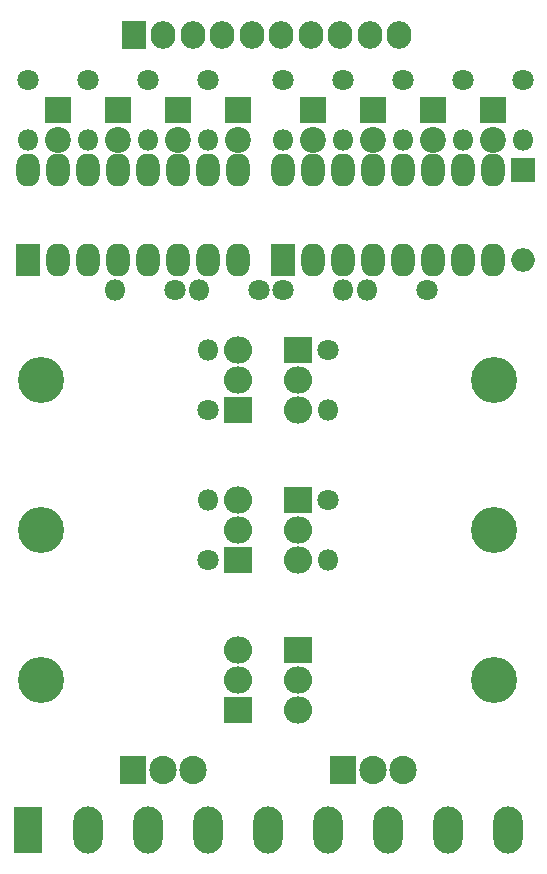
<source format=gbr>
G04 #@! TF.GenerationSoftware,KiCad,Pcbnew,5.0.0*
G04 #@! TF.CreationDate,2018-10-18T22:04:33+02:00*
G04 #@! TF.ProjectId,module_8x_100VDC_16A_out,6D6F64756C655F38785F313030564443,rev?*
G04 #@! TF.SameCoordinates,Original*
G04 #@! TF.FileFunction,Soldermask,Bot*
G04 #@! TF.FilePolarity,Negative*
%FSLAX46Y46*%
G04 Gerber Fmt 4.6, Leading zero omitted, Abs format (unit mm)*
G04 Created by KiCad (PCBNEW 5.0.0) date Thu Oct 18 22:04:33 2018*
%MOMM*%
%LPD*%
G01*
G04 APERTURE LIST*
%ADD10R,2.200000X2.200000*%
%ADD11C,2.200000*%
%ADD12R,2.000000X2.000000*%
%ADD13O,2.000000X2.000000*%
%ADD14R,2.100000X2.350000*%
%ADD15O,2.100000X2.350000*%
%ADD16R,2.480000X4.000000*%
%ADD17O,2.480000X4.000000*%
%ADD18C,1.800000*%
%ADD19O,1.800000X1.800000*%
%ADD20R,2.000000X2.800000*%
%ADD21O,2.000000X2.800000*%
%ADD22R,2.305000X2.400000*%
%ADD23O,2.305000X2.400000*%
%ADD24O,3.900000X3.900000*%
%ADD25R,2.400000X2.305000*%
%ADD26O,2.400000X2.305000*%
G04 APERTURE END LIST*
D10*
G04 #@! TO.C,D1*
X68580000Y-120650000D03*
D11*
X68580000Y-123190000D03*
G04 #@! TD*
D10*
G04 #@! TO.C,D2*
X73660000Y-120650000D03*
D11*
X73660000Y-123190000D03*
G04 #@! TD*
G04 #@! TO.C,D3*
X78740000Y-123190000D03*
D10*
X78740000Y-120650000D03*
G04 #@! TD*
G04 #@! TO.C,D4*
X83820000Y-120650000D03*
D11*
X83820000Y-123190000D03*
G04 #@! TD*
G04 #@! TO.C,D5*
X90170000Y-123190000D03*
D10*
X90170000Y-120650000D03*
G04 #@! TD*
G04 #@! TO.C,D6*
X95250000Y-120650000D03*
D11*
X95250000Y-123190000D03*
G04 #@! TD*
G04 #@! TO.C,D7*
X100330000Y-123190000D03*
D10*
X100330000Y-120650000D03*
G04 #@! TD*
D11*
G04 #@! TO.C,D8*
X105410000Y-123190000D03*
D10*
X105410000Y-120650000D03*
G04 #@! TD*
D12*
G04 #@! TO.C,D9*
X107950000Y-125730000D03*
D13*
X107950000Y-133350000D03*
G04 #@! TD*
D14*
G04 #@! TO.C,J1*
X75010000Y-114300000D03*
D15*
X77510000Y-114300000D03*
X80010000Y-114300000D03*
X82510000Y-114300000D03*
X85010000Y-114300000D03*
X87510000Y-114300000D03*
X90010000Y-114300000D03*
X92510000Y-114300000D03*
X95010000Y-114300000D03*
X97510000Y-114300000D03*
G04 #@! TD*
D16*
G04 #@! TO.C,J2*
X66040000Y-181610000D03*
D17*
X71120000Y-181610000D03*
X76200000Y-181610000D03*
X81280000Y-181610000D03*
X86360000Y-181610000D03*
X91440000Y-181610000D03*
X96520000Y-181610000D03*
X101600000Y-181610000D03*
X106680000Y-181610000D03*
G04 #@! TD*
D18*
G04 #@! TO.C,R1*
X66040000Y-118110000D03*
D19*
X66040000Y-123190000D03*
G04 #@! TD*
G04 #@! TO.C,R2*
X71120000Y-123190000D03*
D18*
X71120000Y-118110000D03*
G04 #@! TD*
D19*
G04 #@! TO.C,R3*
X76200000Y-123190000D03*
D18*
X76200000Y-118110000D03*
G04 #@! TD*
D19*
G04 #@! TO.C,R4*
X81280000Y-123190000D03*
D18*
X81280000Y-118110000D03*
G04 #@! TD*
G04 #@! TO.C,R5*
X87630000Y-118110000D03*
D19*
X87630000Y-123190000D03*
G04 #@! TD*
D18*
G04 #@! TO.C,R6*
X92710000Y-118110000D03*
D19*
X92710000Y-123190000D03*
G04 #@! TD*
G04 #@! TO.C,R7*
X97790000Y-123190000D03*
D18*
X97790000Y-118110000D03*
G04 #@! TD*
D19*
G04 #@! TO.C,R8*
X102870000Y-123190000D03*
D18*
X102870000Y-118110000D03*
G04 #@! TD*
D19*
G04 #@! TO.C,R9*
X107950000Y-123190000D03*
D18*
X107950000Y-118110000D03*
G04 #@! TD*
G04 #@! TO.C,R10*
X81280000Y-146050000D03*
D19*
X81280000Y-140970000D03*
G04 #@! TD*
D18*
G04 #@! TO.C,R11*
X81280000Y-158750000D03*
D19*
X81280000Y-153670000D03*
G04 #@! TD*
D18*
G04 #@! TO.C,R12*
X78486000Y-135890000D03*
D19*
X73406000Y-135890000D03*
G04 #@! TD*
D18*
G04 #@! TO.C,R13*
X85598000Y-135890000D03*
D19*
X80518000Y-135890000D03*
G04 #@! TD*
G04 #@! TO.C,R14*
X92710000Y-135890000D03*
D18*
X87630000Y-135890000D03*
G04 #@! TD*
D19*
G04 #@! TO.C,R15*
X91440000Y-158750000D03*
D18*
X91440000Y-153670000D03*
G04 #@! TD*
G04 #@! TO.C,R16*
X99822000Y-135890000D03*
D19*
X94742000Y-135890000D03*
G04 #@! TD*
D18*
G04 #@! TO.C,R17*
X91440000Y-140970000D03*
D19*
X91440000Y-146050000D03*
G04 #@! TD*
D20*
G04 #@! TO.C,U1*
X66040000Y-133350000D03*
D21*
X83820000Y-125730000D03*
X68580000Y-133350000D03*
X81280000Y-125730000D03*
X71120000Y-133350000D03*
X78740000Y-125730000D03*
X73660000Y-133350000D03*
X76200000Y-125730000D03*
X76200000Y-133350000D03*
X73660000Y-125730000D03*
X78740000Y-133350000D03*
X71120000Y-125730000D03*
X81280000Y-133350000D03*
X68580000Y-125730000D03*
X83820000Y-133350000D03*
X66040000Y-125730000D03*
G04 #@! TD*
G04 #@! TO.C,U2*
X87630000Y-125730000D03*
X105410000Y-133350000D03*
X90170000Y-125730000D03*
X102870000Y-133350000D03*
X92710000Y-125730000D03*
X100330000Y-133350000D03*
X95250000Y-125730000D03*
X97790000Y-133350000D03*
X97790000Y-125730000D03*
X95250000Y-133350000D03*
X100330000Y-125730000D03*
X92710000Y-133350000D03*
X102870000Y-125730000D03*
X90170000Y-133350000D03*
X105410000Y-125730000D03*
D20*
X87630000Y-133350000D03*
G04 #@! TD*
D22*
G04 #@! TO.C,Q3*
X74930000Y-176530000D03*
D23*
X77470000Y-176530000D03*
X80010000Y-176530000D03*
G04 #@! TD*
D24*
G04 #@! TO.C,Q4*
X67160000Y-168910000D03*
D25*
X83820000Y-171450000D03*
D26*
X83820000Y-168910000D03*
X83820000Y-166370000D03*
G04 #@! TD*
G04 #@! TO.C,Q2*
X83820000Y-153670000D03*
X83820000Y-156210000D03*
D25*
X83820000Y-158750000D03*
D24*
X67160000Y-156210000D03*
G04 #@! TD*
G04 #@! TO.C,Q5*
X105560000Y-168910000D03*
D25*
X88900000Y-166370000D03*
D26*
X88900000Y-168910000D03*
X88900000Y-171450000D03*
G04 #@! TD*
G04 #@! TO.C,Q1*
X83820000Y-140970000D03*
X83820000Y-143510000D03*
D25*
X83820000Y-146050000D03*
D24*
X67160000Y-143510000D03*
G04 #@! TD*
G04 #@! TO.C,Q6*
X105560000Y-156210000D03*
D25*
X88900000Y-153670000D03*
D26*
X88900000Y-156210000D03*
X88900000Y-158750000D03*
G04 #@! TD*
D22*
G04 #@! TO.C,Q7*
X92710000Y-176530000D03*
D23*
X95250000Y-176530000D03*
X97790000Y-176530000D03*
G04 #@! TD*
D24*
G04 #@! TO.C,Q8*
X105560000Y-143510000D03*
D25*
X88900000Y-140970000D03*
D26*
X88900000Y-143510000D03*
X88900000Y-146050000D03*
G04 #@! TD*
M02*

</source>
